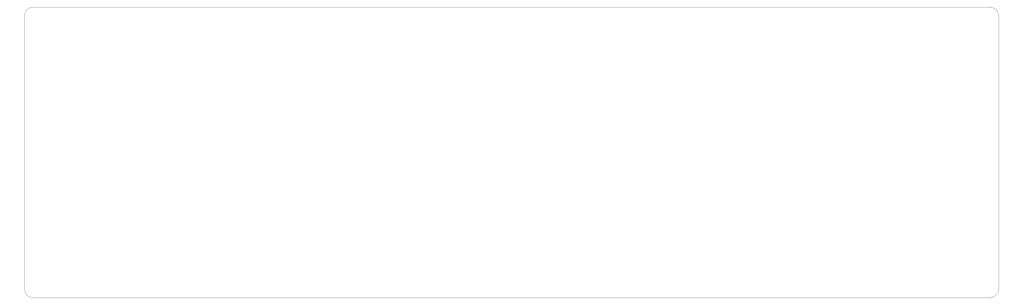
<source format=gm1>
G04 #@! TF.GenerationSoftware,KiCad,Pcbnew,(5.1.5)-3*
G04 #@! TF.CreationDate,2020-07-05T20:59:28-05:00*
G04 #@! TF.ProjectId,starter-ortho,73746172-7465-4722-9d6f-7274686f2e6b,rev?*
G04 #@! TF.SameCoordinates,Original*
G04 #@! TF.FileFunction,Profile,NP*
%FSLAX46Y46*%
G04 Gerber Fmt 4.6, Leading zero omitted, Abs format (unit mm)*
G04 Created by KiCad (PCBNEW (5.1.5)-3) date 2020-07-05 20:59:28*
%MOMM*%
%LPD*%
G04 APERTURE LIST*
%ADD10C,0.050000*%
G04 APERTURE END LIST*
D10*
X15875000Y-13493750D02*
X282575000Y-13493750D01*
X13493750Y-92075000D02*
X13493750Y-15875000D01*
X282575000Y-94456250D02*
X15875000Y-94456250D01*
X284956250Y-15875000D02*
X284956250Y-92075000D01*
X282575000Y-13493750D02*
G75*
G02X284956250Y-15875000I0J-2381250D01*
G01*
X284956250Y-92075000D02*
G75*
G02X282575000Y-94456250I-2381250J0D01*
G01*
X15875000Y-94456250D02*
G75*
G02X13493750Y-92075000I0J2381250D01*
G01*
X13493750Y-15875000D02*
G75*
G02X15875000Y-13493750I2381250J0D01*
G01*
M02*

</source>
